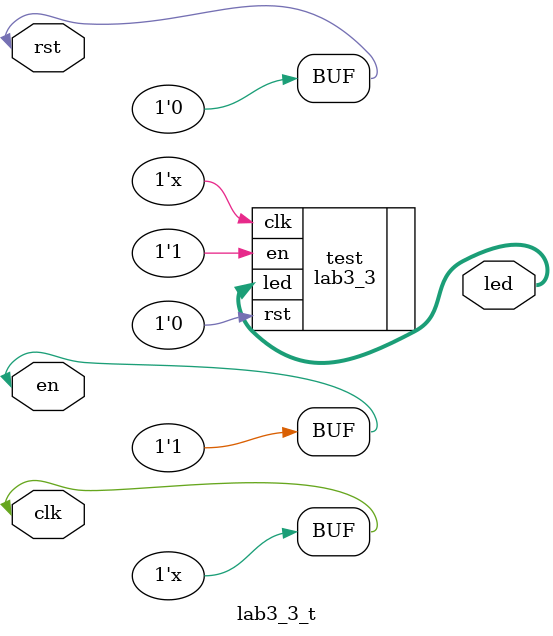
<source format=v>
`timescale 1ns / 1ps


module lab3_3_t(
    input clk,
    input rst,
    input en,
    output wire [15:0] led
    );

    lab3_3 test (
        .clk(clk),
        .rst(rst),
        .en(en),
        .led(led)
    );
    always begin
        #5 clk = ~clk;
    end

    initial begin
        en = 1;
        rst = 0;
        #500;
    end
endmodule

</source>
